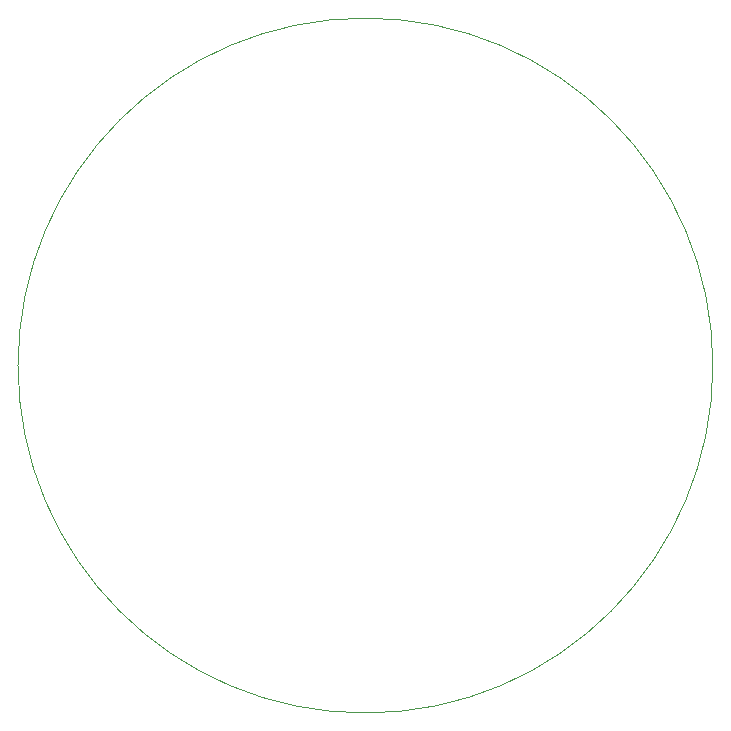
<source format=gm1>
G04 #@! TF.GenerationSoftware,KiCad,Pcbnew,8.0.6*
G04 #@! TF.CreationDate,2025-05-06T14:40:44+02:00*
G04 #@! TF.ProjectId,capacitance,63617061-6369-4746-916e-63652e6b6963,rev?*
G04 #@! TF.SameCoordinates,Original*
G04 #@! TF.FileFunction,Profile,NP*
%FSLAX46Y46*%
G04 Gerber Fmt 4.6, Leading zero omitted, Abs format (unit mm)*
G04 Created by KiCad (PCBNEW 8.0.6) date 2025-05-06 14:40:44*
%MOMM*%
%LPD*%
G01*
G04 APERTURE LIST*
G04 #@! TA.AperFunction,Profile*
%ADD10C,0.100000*%
G04 #@! TD*
G04 APERTURE END LIST*
D10*
X172916193Y-105203808D02*
G75*
G02*
X114083807Y-105203808I-29416193J0D01*
G01*
X114083807Y-105203808D02*
G75*
G02*
X172916193Y-105203808I29416193J0D01*
G01*
M02*

</source>
